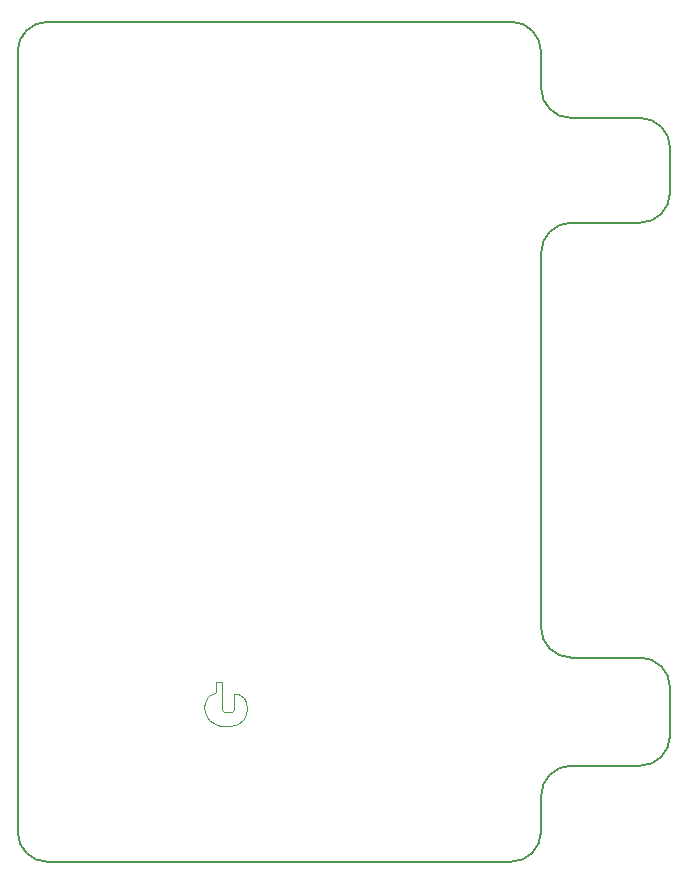
<source format=gbr>
%TF.GenerationSoftware,KiCad,Pcbnew,7.0.2*%
%TF.CreationDate,2023-05-16T16:52:15-04:00*%
%TF.ProjectId,breadboard_psu,62726561-6462-46f6-9172-645f7073752e,A*%
%TF.SameCoordinates,Original*%
%TF.FileFunction,Profile,NP*%
%FSLAX46Y46*%
G04 Gerber Fmt 4.6, Leading zero omitted, Abs format (unit mm)*
G04 Created by KiCad (PCBNEW 7.0.2) date 2023-05-16 16:52:15*
%MOMM*%
%LPD*%
G01*
G04 APERTURE LIST*
%TA.AperFunction,Profile*%
%ADD10C,0.200000*%
%TD*%
%TA.AperFunction,Profile*%
%ADD11C,0.025400*%
%TD*%
G04 APERTURE END LIST*
D10*
X94615000Y-59690000D02*
X133858000Y-59690000D01*
X136398000Y-125222000D02*
X136398000Y-128270000D01*
X138938000Y-122682000D02*
G75*
G03*
X136398000Y-125222000I0J-2540000D01*
G01*
X94615000Y-59690000D02*
G75*
G03*
X92075000Y-62230000I0J-2540000D01*
G01*
X138938000Y-122682000D02*
X144780000Y-122682000D01*
X92075000Y-128270000D02*
X92075000Y-62230000D01*
X147320049Y-70376051D02*
G75*
G03*
X144780000Y-67836051I-2540049J-49D01*
G01*
X147319951Y-116059949D02*
G75*
G03*
X144780000Y-113519949I-2539951J49D01*
G01*
X136398051Y-110979949D02*
G75*
G03*
X138938000Y-113519949I2539949J-51D01*
G01*
X136398000Y-79248000D02*
X136398000Y-110979949D01*
D11*
X109423600Y-117963000D02*
X109576000Y-118140800D01*
X110211000Y-118140800D01*
X110363400Y-117988400D01*
X110363400Y-116591400D01*
X110719000Y-116616800D01*
X110922200Y-116718400D01*
X111227000Y-116921600D01*
X111430200Y-117277200D01*
X111506400Y-117836000D01*
X111430200Y-118318600D01*
X111404800Y-118369400D01*
X111176200Y-118775800D01*
X110769800Y-119131400D01*
X110465000Y-119233000D01*
X110058600Y-119309200D01*
X109626800Y-119309200D01*
X109271200Y-119283800D01*
X108966400Y-119207600D01*
X108687000Y-119080600D01*
X108382200Y-118902800D01*
X108077400Y-118572600D01*
X107925000Y-118090000D01*
X107899600Y-117734400D01*
X107950400Y-117328000D01*
X108128200Y-116947000D01*
X108382200Y-116667600D01*
X108610800Y-116566000D01*
X108839400Y-116439000D01*
X108839400Y-115600800D01*
X109423600Y-115600800D01*
X109423600Y-117963000D01*
D10*
X138938000Y-76708000D02*
G75*
G03*
X136398000Y-79248000I0J-2540000D01*
G01*
X147320000Y-120142000D02*
X147320000Y-116059949D01*
X133858000Y-130810000D02*
G75*
G03*
X136398000Y-128270000I0J2540000D01*
G01*
X133858000Y-130810000D02*
X94615000Y-130810000D01*
X144780000Y-122682000D02*
X144780000Y-122682000D01*
X144780000Y-76708000D02*
G75*
G03*
X147320000Y-74168000I0J2540000D01*
G01*
X144780000Y-122682000D02*
G75*
G03*
X147320000Y-120142000I0J2540000D01*
G01*
X136398000Y-65296051D02*
X136398000Y-62230000D01*
X136398000Y-62230000D02*
G75*
G03*
X133858000Y-59690000I-2540000J0D01*
G01*
X138938000Y-67836051D02*
X144780000Y-67836051D01*
X147320000Y-74168000D02*
X147320000Y-70376051D01*
X138938000Y-113519949D02*
X144780000Y-113519949D01*
X136397949Y-65296051D02*
G75*
G03*
X138938000Y-67836051I2540051J51D01*
G01*
X138938000Y-76708000D02*
X144780000Y-76708000D01*
X92075000Y-128270000D02*
G75*
G03*
X94615000Y-130810000I2540000J0D01*
G01*
M02*

</source>
